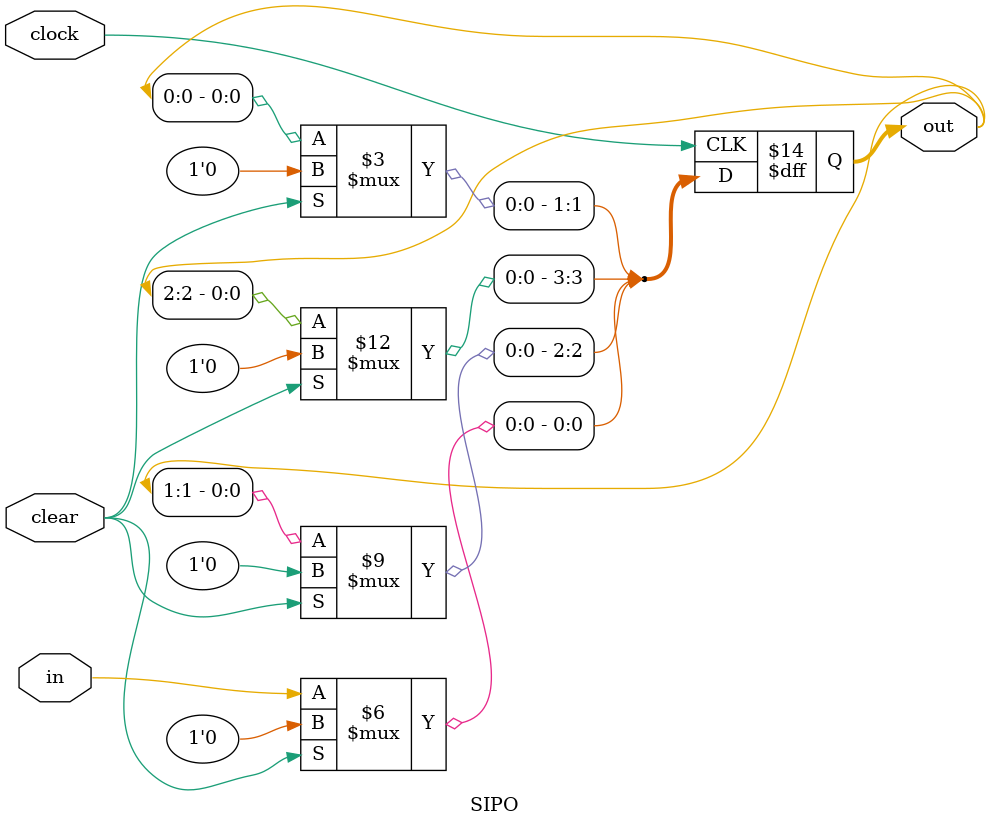
<source format=v>
module SIPO(clock, clear, in, out);
input clock, clear, in;
output [3:0] out;
reg         [3:0] out;

always @(negedge clock)
begin
  if(clear)
  begin
    out = 4'd0;
  end

  else
  begin
    out[3] = out[2];
    out[2] = out[1];
    out[1] = out[0];
    out[0] = in;
  end
end
endmodule

</source>
